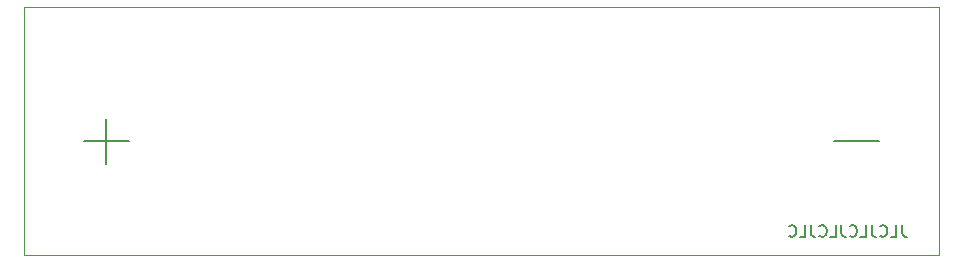
<source format=gbo>
G04 #@! TF.GenerationSoftware,KiCad,Pcbnew,(5.1.10)-1*
G04 #@! TF.CreationDate,2021-10-05T02:57:27+03:00*
G04 #@! TF.ProjectId,led_controller_stm8,6c65645f-636f-46e7-9472-6f6c6c65725f,rev?*
G04 #@! TF.SameCoordinates,Original*
G04 #@! TF.FileFunction,Legend,Bot*
G04 #@! TF.FilePolarity,Positive*
%FSLAX46Y46*%
G04 Gerber Fmt 4.6, Leading zero omitted, Abs format (unit mm)*
G04 Created by KiCad (PCBNEW (5.1.10)-1) date 2021-10-05 02:57:27*
%MOMM*%
%LPD*%
G01*
G04 APERTURE LIST*
%ADD10C,0.150000*%
%ADD11C,0.120000*%
%ADD12O,1.950000X1.700000*%
%ADD13C,3.500000*%
%ADD14C,2.000000*%
%ADD15C,1.000000*%
G04 APERTURE END LIST*
D10*
X199369047Y-72952380D02*
X199369047Y-73666666D01*
X199416666Y-73809523D01*
X199511904Y-73904761D01*
X199654761Y-73952380D01*
X199750000Y-73952380D01*
X198416666Y-73952380D02*
X198892857Y-73952380D01*
X198892857Y-72952380D01*
X197511904Y-73857142D02*
X197559523Y-73904761D01*
X197702380Y-73952380D01*
X197797619Y-73952380D01*
X197940476Y-73904761D01*
X198035714Y-73809523D01*
X198083333Y-73714285D01*
X198130952Y-73523809D01*
X198130952Y-73380952D01*
X198083333Y-73190476D01*
X198035714Y-73095238D01*
X197940476Y-73000000D01*
X197797619Y-72952380D01*
X197702380Y-72952380D01*
X197559523Y-73000000D01*
X197511904Y-73047619D01*
X196797619Y-72952380D02*
X196797619Y-73666666D01*
X196845238Y-73809523D01*
X196940476Y-73904761D01*
X197083333Y-73952380D01*
X197178571Y-73952380D01*
X195845238Y-73952380D02*
X196321428Y-73952380D01*
X196321428Y-72952380D01*
X194940476Y-73857142D02*
X194988095Y-73904761D01*
X195130952Y-73952380D01*
X195226190Y-73952380D01*
X195369047Y-73904761D01*
X195464285Y-73809523D01*
X195511904Y-73714285D01*
X195559523Y-73523809D01*
X195559523Y-73380952D01*
X195511904Y-73190476D01*
X195464285Y-73095238D01*
X195369047Y-73000000D01*
X195226190Y-72952380D01*
X195130952Y-72952380D01*
X194988095Y-73000000D01*
X194940476Y-73047619D01*
X194226190Y-72952380D02*
X194226190Y-73666666D01*
X194273809Y-73809523D01*
X194369047Y-73904761D01*
X194511904Y-73952380D01*
X194607142Y-73952380D01*
X193273809Y-73952380D02*
X193750000Y-73952380D01*
X193750000Y-72952380D01*
X192369047Y-73857142D02*
X192416666Y-73904761D01*
X192559523Y-73952380D01*
X192654761Y-73952380D01*
X192797619Y-73904761D01*
X192892857Y-73809523D01*
X192940476Y-73714285D01*
X192988095Y-73523809D01*
X192988095Y-73380952D01*
X192940476Y-73190476D01*
X192892857Y-73095238D01*
X192797619Y-73000000D01*
X192654761Y-72952380D01*
X192559523Y-72952380D01*
X192416666Y-73000000D01*
X192369047Y-73047619D01*
X191654761Y-72952380D02*
X191654761Y-73666666D01*
X191702380Y-73809523D01*
X191797619Y-73904761D01*
X191940476Y-73952380D01*
X192035714Y-73952380D01*
X190702380Y-73952380D02*
X191178571Y-73952380D01*
X191178571Y-72952380D01*
X189797619Y-73857142D02*
X189845238Y-73904761D01*
X189988095Y-73952380D01*
X190083333Y-73952380D01*
X190226190Y-73904761D01*
X190321428Y-73809523D01*
X190369047Y-73714285D01*
X190416666Y-73523809D01*
X190416666Y-73380952D01*
X190369047Y-73190476D01*
X190321428Y-73095238D01*
X190226190Y-73000000D01*
X190083333Y-72952380D01*
X189988095Y-72952380D01*
X189845238Y-73000000D01*
X189797619Y-73047619D01*
D11*
X125000000Y-54500000D02*
X125000000Y-75500000D01*
X202500000Y-54500000D02*
X125000000Y-54500000D01*
X202500000Y-75500000D02*
X202500000Y-54500000D01*
X125000000Y-75500000D02*
X202500000Y-75500000D01*
D10*
X197404761Y-65857142D02*
X193595238Y-65857142D01*
X133904761Y-65857142D02*
X130095238Y-65857142D01*
X132000000Y-67761904D02*
X132000000Y-63952380D01*
%LPC*%
D12*
X183240000Y-62450000D03*
X183240000Y-64950000D03*
G36*
G01*
X183965000Y-68300000D02*
X182515000Y-68300000D01*
G75*
G02*
X182265000Y-68050000I0J250000D01*
G01*
X182265000Y-66850000D01*
G75*
G02*
X182515000Y-66600000I250000J0D01*
G01*
X183965000Y-66600000D01*
G75*
G02*
X184215000Y-66850000I0J-250000D01*
G01*
X184215000Y-68050000D01*
G75*
G02*
X183965000Y-68300000I-250000J0D01*
G01*
G37*
X196740000Y-62450000D03*
X196740000Y-64950000D03*
G36*
G01*
X197465000Y-68300000D02*
X196015000Y-68300000D01*
G75*
G02*
X195765000Y-68050000I0J250000D01*
G01*
X195765000Y-66850000D01*
G75*
G02*
X196015000Y-66600000I250000J0D01*
G01*
X197465000Y-66600000D01*
G75*
G02*
X197715000Y-66850000I0J-250000D01*
G01*
X197715000Y-68050000D01*
G75*
G02*
X197465000Y-68300000I-250000J0D01*
G01*
G37*
D13*
X191500000Y-65000000D03*
X136000000Y-65000000D03*
X200000000Y-65000000D03*
X127500000Y-65000000D03*
D14*
X170900000Y-67250000D03*
X170900000Y-62750000D03*
X177400000Y-67250000D03*
X177400000Y-62750000D03*
D15*
X132140000Y-57200000D03*
X132140000Y-58470000D03*
X130870000Y-57200000D03*
X130870000Y-58470000D03*
X129600000Y-57200000D03*
X129600000Y-58470000D03*
M02*

</source>
